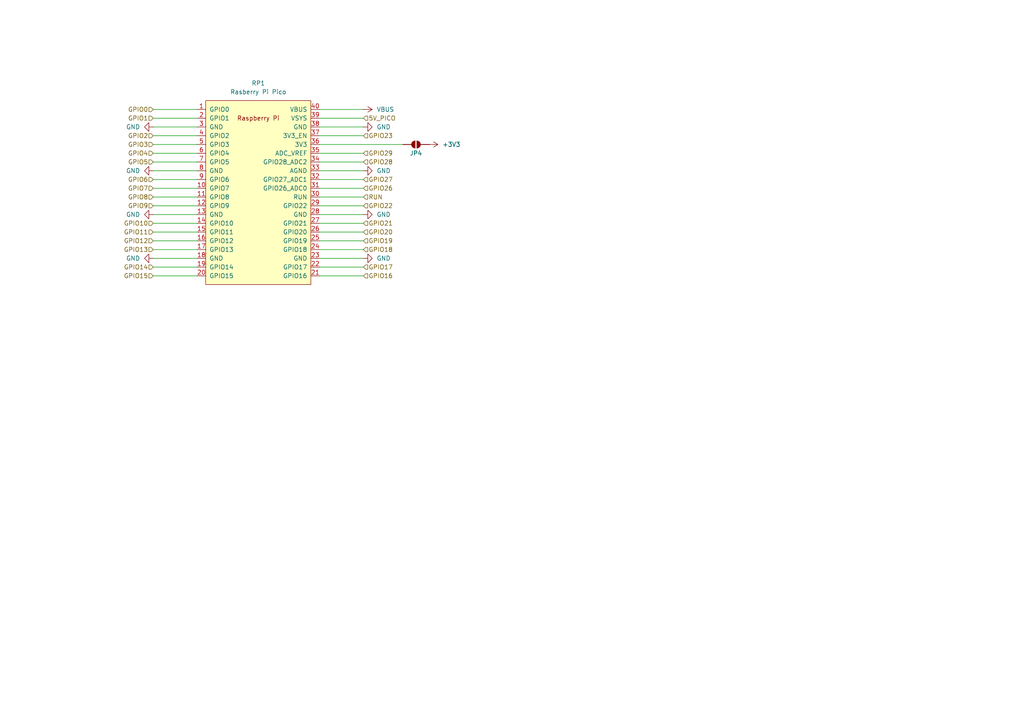
<source format=kicad_sch>
(kicad_sch (version 20250114) (generator "eeschema") (generator_version "9.0")
  (paper "A4")
  (title_block (title "FRANK M1") (date "2025-04-09") (rev "${VERSION}") (company "Mikhail Matveev") (comment 1 "https://github.com/xtremespb/frank"))
  (lib_symbols
    (symbol "FRANK:Pico" (pin_names (offset 1.016))
      (property "Reference" "RP1" (at 0 31.75 0))
      (property "Value" "Pico 2" (at 0 29.21 0))
      (symbol "Pico_0_0"
        (text "Raspberry Pi" (at 0 21.59 0) (effects (font (size 1.27 1.27))))
      )
      (symbol "Pico_0_1"
        (rectangle (start -15.24 26.67) (end 15.24 -26.67) (fill (type background)))
      )
      (symbol "Pico_1_1"
        (pin bidirectional line (at -17.78 24.13 0) (length 2.54) (name "GPIO0") (number "1"))
        (pin bidirectional line (at -17.78 21.59 0) (length 2.54) (name "GPIO1") (number "2"))
        (pin power_in line (at -17.78 19.05 0) (length 2.54) (name "GND") (number "3"))
        (pin bidirectional line (at -17.78 16.51 0) (length 2.54) (name "GPIO2") (number "4"))
        (pin bidirectional line (at -17.78 13.97 0) (length 2.54) (name "GPIO3") (number "5"))
        (pin bidirectional line (at -17.78 11.43 0) (length 2.54) (name "GPIO4") (number "6"))
        (pin bidirectional line (at -17.78 8.89 0) (length 2.54) (name "GPIO5") (number "7"))
        (pin power_in line (at -17.78 6.35 0) (length 2.54) (name "GND") (number "8"))
        (pin bidirectional line (at -17.78 3.81 0) (length 2.54) (name "GPIO6") (number "9"))
        (pin bidirectional line (at -17.78 1.27 0) (length 2.54) (name "GPIO7") (number "10"))
        (pin bidirectional line (at -17.78 -1.27 0) (length 2.54) (name "GPIO8") (number "11"))
        (pin bidirectional line (at -17.78 -3.81 0) (length 2.54) (name "GPIO9") (number "12"))
        (pin power_in line (at -17.78 -6.35 0) (length 2.54) (name "GND") (number "13"))
        (pin bidirectional line (at -17.78 -8.89 0) (length 2.54) (name "GPIO10") (number "14"))
        (pin bidirectional line (at -17.78 -11.43 0) (length 2.54) (name "GPIO11") (number "15"))
        (pin bidirectional line (at -17.78 -13.97 0) (length 2.54) (name "GPIO12") (number "16"))
        (pin bidirectional line (at -17.78 -16.51 0) (length 2.54) (name "GPIO13") (number "17"))
        (pin power_in line (at -17.78 -19.05 0) (length 2.54) (name "GND") (number "18"))
        (pin bidirectional line (at -17.78 -21.59 0) (length 2.54) (name "GPIO14") (number "19"))
        (pin bidirectional line (at -17.78 -24.13 0) (length 2.54) (name "GPIO15") (number "20"))
        (pin output line (at 17.78 24.13 180) (length 2.54) (name "VBUS") (number "40"))
        (pin input line (at 17.78 21.59 180) (length 2.54) (name "VSYS") (number "39"))
        (pin bidirectional line (at 17.78 19.05 180) (length 2.54) (name "GND") (number "38"))
        (pin input line (at 17.78 16.51 180) (length 2.54) (name "3V3_EN") (number "37"))
        (pin output line (at 17.78 13.97 180) (length 2.54) (name "3V3") (number "36"))
        (pin unspecified line (at 17.78 11.43 180) (length 2.54) (name "ADC_VREF") (number "35"))
        (pin bidirectional line (at 17.78 8.89 180) (length 2.54) (name "GPIO28_ADC2") (number "34"))
        (pin power_in line (at 17.78 6.35 180) (length 2.54) (name "AGND") (number "33"))
        (pin bidirectional line (at 17.78 3.81 180) (length 2.54) (name "GPIO27_ADC1") (number "32"))
        (pin bidirectional line (at 17.78 1.27 180) (length 2.54) (name "GPIO26_ADC0") (number "31"))
        (pin input line (at 17.78 -1.27 180) (length 2.54) (name "RUN") (number "30"))
        (pin bidirectional line (at 17.78 -3.81 180) (length 2.54) (name "GPIO22") (number "29"))
        (pin power_in line (at 17.78 -6.35 180) (length 2.54) (name "GND") (number "28"))
        (pin bidirectional line (at 17.78 -8.89 180) (length 2.54) (name "GPIO21") (number "27"))
        (pin bidirectional line (at 17.78 -11.43 180) (length 2.54) (name "GPIO20") (number "26"))
        (pin bidirectional line (at 17.78 -13.97 180) (length 2.54) (name "GPIO19") (number "25"))
        (pin bidirectional line (at 17.78 -16.51 180) (length 2.54) (name "GPIO18") (number "24"))
        (pin power_in line (at 17.78 -19.05 180) (length 2.54) (name "GND") (number "23"))
        (pin bidirectional line (at 17.78 -21.59 180) (length 2.54) (name "GPIO17") (number "22"))
        (pin bidirectional line (at 17.78 -24.13 180) (length 2.54) (name "GPIO16") (number "21"))
      )
    )
    (symbol "Jumper:SolderJumper_2_Open" (pin_numbers (hide yes)) (pin_names (offset 0) (hide yes)) (exclude_from_sim yes) (in_bom no)
      (property "Reference" "JP" (at 0 2.032 0))
      (property "Value" "SolderJumper_2_Open" (at 0 -2.54 0))
      (symbol "SolderJumper_2_Open_0_1"
        (polyline (pts (xy -0.254 1.016) (xy -0.254 -1.016)))
        (arc (start -0.254 -1.016) (mid -1.2656 0) (end -0.254 1.016))
        (arc (start -0.254 -1.016) (mid -1.2656 0) (end -0.254 1.016) (fill (type outline)))
        (arc (start 0.254 1.016) (mid 1.2656 0) (end 0.254 -1.016))
        (arc (start 0.254 1.016) (mid 1.2656 0) (end 0.254 -1.016) (fill (type outline)))
        (polyline (pts (xy 0.254 1.016) (xy 0.254 -1.016)))
      )
      (symbol "SolderJumper_2_Open_1_1"
        (pin passive line (at -3.81 0 0) (length 2.54) (name "A") (number "1"))
        (pin passive line (at 3.81 0 180) (length 2.54) (name "B") (number "2"))
      )
    )
    (symbol "power:+3V3" (power) (pin_numbers (hide yes)) (pin_names (offset 0) (hide yes))
      (property "Value" "+3V3" (at 0 3.556 0))
      (symbol "+3V3_0_1"
        (polyline (pts (xy -0.762 1.27) (xy 0 2.54)))
        (polyline (pts (xy 0 2.54) (xy 0.762 1.27)))
        (polyline (pts (xy 0 0) (xy 0 2.54)))
      )
      (symbol "+3V3_1_1"
        (pin power_in line (at 0 0 90) (length 0) (name "~") (number "1"))
      )
    )
    (symbol "power:GND" (power) (pin_numbers (hide yes)) (pin_names (offset 0) (hide yes))
      (property "Value" "GND" (at 0 -3.81 0))
      (symbol "GND_0_1"
        (polyline (pts (xy 0 0) (xy 0 -1.27) (xy 1.27 -1.27) (xy 0 -2.54) (xy -1.27 -1.27) (xy 0 -1.27)))
      )
      (symbol "GND_1_1"
        (pin power_in line (at 0 0 270) (length 0) (name "~") (number "1"))
      )
    )
    (symbol "power:VBUS" (power) (pin_numbers (hide yes)) (pin_names (offset 0) (hide yes))
      (property "Value" "VBUS" (at 0 3.556 0))
      (symbol "VBUS_0_1"
        (polyline (pts (xy -0.762 1.27) (xy 0 2.54)))
        (polyline (pts (xy 0 2.54) (xy 0.762 1.27)))
        (polyline (pts (xy 0 0) (xy 0 2.54)))
      )
      (symbol "VBUS_1_1"
        (pin power_in line (at 0 0 90) (length 0) (name "~") (number "1"))
      )
    )
  )
  (wire (pts (xy 92.71 52.07) (xy 105.41 52.07)))
  (wire (pts (xy 92.71 77.47) (xy 105.41 77.47)))
  (wire (pts (xy 92.71 80.01) (xy 105.41 80.01)))
  (wire (pts (xy 44.45 52.07) (xy 57.15 52.07)))
  (wire (pts (xy 44.45 44.45) (xy 57.15 44.45)))
  (wire (pts (xy 92.71 44.45) (xy 105.41 44.45)))
  (wire (pts (xy 92.71 67.31) (xy 105.41 67.31)))
  (wire (pts (xy 44.45 77.47) (xy 57.15 77.47)))
  (wire (pts (xy 44.45 49.53) (xy 57.15 49.53)))
  (wire (pts (xy 92.71 39.37) (xy 105.41 39.37)))
  (wire (pts (xy 92.71 62.23) (xy 105.41 62.23)))
  (wire (pts (xy 92.71 41.91) (xy 116.84 41.91)))
  (wire (pts (xy 92.71 31.75) (xy 105.41 31.75)))
  (wire (pts (xy 44.45 67.31) (xy 57.15 67.31)))
  (wire (pts (xy 44.45 69.85) (xy 57.15 69.85)))
  (wire (pts (xy 44.45 59.69) (xy 57.15 59.69)))
  (wire (pts (xy 92.71 49.53) (xy 105.41 49.53)))
  (wire (pts (xy 92.71 54.61) (xy 105.41 54.61)))
  (wire (pts (xy 92.71 36.83) (xy 105.41 36.83)))
  (wire (pts (xy 44.45 74.93) (xy 57.15 74.93)))
  (wire (pts (xy 44.45 31.75) (xy 57.15 31.75)))
  (wire (pts (xy 44.45 72.39) (xy 57.15 72.39)))
  (wire (pts (xy 44.45 62.23) (xy 57.15 62.23)))
  (wire (pts (xy 44.45 57.15) (xy 57.15 57.15)))
  (wire (pts (xy 44.45 36.83) (xy 57.15 36.83)))
  (wire (pts (xy 44.45 64.77) (xy 57.15 64.77)))
  (wire (pts (xy 44.45 54.61) (xy 57.15 54.61)))
  (wire (pts (xy 44.45 80.01) (xy 57.15 80.01)))
  (wire (pts (xy 92.71 69.85) (xy 105.41 69.85)))
  (wire (pts (xy 44.45 41.91) (xy 57.15 41.91)))
  (wire (pts (xy 92.71 74.93) (xy 105.41 74.93)))
  (wire (pts (xy 92.71 72.39) (xy 105.41 72.39)))
  (wire (pts (xy 92.71 59.69) (xy 105.41 59.69)))
  (wire (pts (xy 44.45 46.99) (xy 57.15 46.99)))
  (wire (pts (xy 44.45 39.37) (xy 57.15 39.37)))
  (wire (pts (xy 92.71 34.29) (xy 105.41 34.29)))
  (wire (pts (xy 44.45 34.29) (xy 57.15 34.29)))
  (wire (pts (xy 92.71 57.15) (xy 105.41 57.15)))
  (wire (pts (xy 92.71 46.99) (xy 105.41 46.99)))
  (wire (pts (xy 92.71 64.77) (xy 105.41 64.77)))
  (hierarchical_label "GPIO19" (shape input) (at 105.41 69.85 0))
  (hierarchical_label "GPIO22" (shape input) (at 105.41 59.69 0))
  (hierarchical_label "GPIO8" (shape input) (at 44.45 57.15 180))
  (hierarchical_label "GPIO14" (shape input) (at 44.45 77.47 180))
  (hierarchical_label "GPIO16" (shape input) (at 105.41 80.01 0))
  (hierarchical_label "5V_PICO" (shape input) (at 105.41 34.29 0))
  (hierarchical_label "GPIO2" (shape input) (at 44.45 39.37 180))
  (hierarchical_label "GPIO13" (shape input) (at 44.45 72.39 180))
  (hierarchical_label "GPIO29" (shape input) (at 105.41 44.45 0))
  (hierarchical_label "GPIO28" (shape input) (at 105.41 46.99 0))
  (hierarchical_label "GPIO26" (shape input) (at 105.41 54.61 0))
  (hierarchical_label "GPIO17" (shape input) (at 105.41 77.47 0))
  (hierarchical_label "GPIO12" (shape input) (at 44.45 69.85 180))
  (hierarchical_label "GPIO10" (shape input) (at 44.45 64.77 180))
  (hierarchical_label "GPIO1" (shape input) (at 44.45 34.29 180))
  (hierarchical_label "GPIO4" (shape input) (at 44.45 44.45 180))
  (hierarchical_label "GPIO21" (shape input) (at 105.41 64.77 0))
  (hierarchical_label "GPIO11" (shape input) (at 44.45 67.31 180))
  (hierarchical_label "GPIO6" (shape input) (at 44.45 52.07 180))
  (hierarchical_label "GPIO27" (shape input) (at 105.41 52.07 0))
  (hierarchical_label "GPIO0" (shape input) (at 44.45 31.75 180))
  (hierarchical_label "GPIO3" (shape input) (at 44.45 41.91 180))
  (hierarchical_label "GPIO7" (shape input) (at 44.45 54.61 180))
  (hierarchical_label "GPIO23" (shape input) (at 105.41 39.37 0))
  (hierarchical_label "GPIO20" (shape input) (at 105.41 67.31 0))
  (hierarchical_label "GPIO9" (shape input) (at 44.45 59.69 180))
  (hierarchical_label "GPIO5" (shape input) (at 44.45 46.99 180))
  (hierarchical_label "RUN" (shape input) (at 105.41 57.15 0))
  (hierarchical_label "GPIO15" (shape input) (at 44.45 80.01 180))
  (hierarchical_label "GPIO18" (shape input) (at 105.41 72.39 0))
  (symbol (lib_id "power:+3V3") (at 124.46 41.91 270) (unit 1)
    (property "Reference" "#PWR059" (effects (hide yes)))
    (property "Value" "+3V3" (at 128.27 41.9099 90) (effects (justify left)))
    (property "Description" "Power symbol creates a global label with name \"+3V3\"" (effects (hide yes)))
  )
  (symbol (lib_id "power:GND") (at 44.45 74.93 270) (unit 1)
    (property "Reference" "#PWR064" (effects (hide yes)))
    (property "Value" "GND" (at 40.64 74.9299 90) (effects (justify right)))
    (property "Description" "Power symbol creates a global label with name \"GND\" , ground" (effects (hide yes)))
    (instances (project "38NJU24" (path "" (reference "#PWR046") (unit 1))) (project "38NJU24" (path "" (reference "#PWR064") (unit 1))))
  )
  (symbol (lib_id "power:GND") (at 44.45 49.53 270) (unit 1)
    (property "Reference" "#PWR060" (effects (hide yes)))
    (property "Value" "GND" (at 40.64 49.5299 90) (effects (justify right)))
    (property "Description" "Power symbol creates a global label with name \"GND\" , ground" (effects (hide yes)))
    (instances (project "38NJU24" (path "" (reference "#PWR042") (unit 1))) (project "38NJU24" (path "" (reference "#PWR060") (unit 1))))
  )
  (symbol (lib_id "power:GND") (at 105.41 49.53 90) (unit 1)
    (property "Reference" "#PWR061" (effects (hide yes)))
    (property "Value" "GND" (at 109.22 49.5299 90) (effects (justify right)))
    (property "Description" "Power symbol creates a global label with name \"GND\" , ground" (effects (hide yes)))
    (instances (project "38NJU24" (path "" (reference "#PWR043") (unit 1))) (project "38NJU24" (path "" (reference "#PWR061") (unit 1))))
  )
  (symbol (lib_id "FRANK:Pico") (at 74.93 55.88 0) (unit 1)
    (property "Reference" "U4" (at 74.93 24.13 0))
    (property "Value" "Rasberry Pi Pico" (at 74.93 26.67 0))
    (property "Footprint" "FRANK:Raspberry Pi Pico" (effects (hide yes)))
    (property "Datasheet" "https://files.waveshare.com/upload/f/fd/Rp2040_datasheet.pdf" (effects (hide yes)))
    (property "AliExpress" "https://www.aliexpress.com/item/1005004096147070.html" (effects (hide yes)))
    (instances (project "" (path "" (reference "RP1") (unit 1))) (project "" (path "" (reference "U4") (unit 1))))
  )
  (symbol (lib_id "power:GND") (at 105.41 36.83 90) (unit 1)
    (property "Reference" "#PWR058" (effects (hide yes)))
    (property "Value" "GND" (at 109.22 36.8299 90) (effects (justify right)))
    (property "Description" "Power symbol creates a global label with name \"GND\" , ground" (effects (hide yes)))
    (instances (project "38NJU24" (path "" (reference "#PWR041") (unit 1))) (project "38NJU24" (path "" (reference "#PWR058") (unit 1))))
  )
  (symbol (lib_id "power:GND") (at 105.41 74.93 90) (unit 1)
    (property "Reference" "#PWR065" (effects (hide yes)))
    (property "Value" "GND" (at 109.22 74.9299 90) (effects (justify right)))
    (property "Description" "Power symbol creates a global label with name \"GND\" , ground" (effects (hide yes)))
    (instances (project "38NJU24" (path "" (reference "#PWR047") (unit 1))) (project "38NJU24" (path "" (reference "#PWR065") (unit 1))))
  )
  (symbol (lib_id "power:GND") (at 44.45 36.83 270) (unit 1)
    (property "Reference" "#PWR057" (effects (hide yes)))
    (property "Value" "GND" (at 40.64 36.8299 90) (effects (justify right)))
    (property "Description" "Power symbol creates a global label with name \"GND\" , ground" (effects (hide yes)))
    (instances (project "38NJU24" (path "" (reference "#PWR040") (unit 1))) (project "38NJU24" (path "" (reference "#PWR057") (unit 1))))
  )
  (symbol (lib_id "power:VBUS") (at 105.41 31.75 270) (unit 1)
    (property "Reference" "#PWR056" (effects (hide yes)))
    (property "Value" "VBUS" (at 109.22 31.7499 90) (effects (justify left)))
    (property "Description" "Power symbol creates a global label with name \"VBUS\"" (effects (hide yes)))
    (instances (project "38NJU24" (path "" (reference "#PWR039") (unit 1))) (project "38NJU24" (path "" (reference "#PWR056") (unit 1))))
  )
  (symbol (lib_id "Jumper:SolderJumper_2_Open") (at 120.65 41.91 0) (unit 1)
    (property "Reference" "JP4" (at 120.65 44.45 0))
    (property "Value" "Jumper (Solder)" (effects (hide yes)))
    (property "Footprint" "FRANK:Jumper (solder)" (effects (hide yes)))
    (property "Description" "Solder Jumper, 2-pole, open" (effects (hide yes)))
    (property "AliExpress" "https://www.aliexpress.com/item/1005006454399822.html" (effects (hide yes)))
  )
  (symbol (lib_id "power:GND") (at 44.45 62.23 270) (unit 1)
    (property "Reference" "#PWR062" (effects (hide yes)))
    (property "Value" "GND" (at 40.64 62.2299 90) (effects (justify right)))
    (property "Description" "Power symbol creates a global label with name \"GND\" , ground" (effects (hide yes)))
    (instances (project "38NJU24" (path "" (reference "#PWR044") (unit 1))) (project "38NJU24" (path "" (reference "#PWR062") (unit 1))))
  )
  (symbol (lib_id "power:GND") (at 105.41 62.23 90) (unit 1)
    (property "Reference" "#PWR063" (effects (hide yes)))
    (property "Value" "GND" (at 109.22 62.2299 90) (effects (justify right)))
    (property "Description" "Power symbol creates a global label with name \"GND\" , ground" (effects (hide yes)))
    (instances (project "38NJU24" (path "" (reference "#PWR045") (unit 1))) (project "38NJU24" (path "" (reference "#PWR063") (unit 1))))
  )
)
</source>
